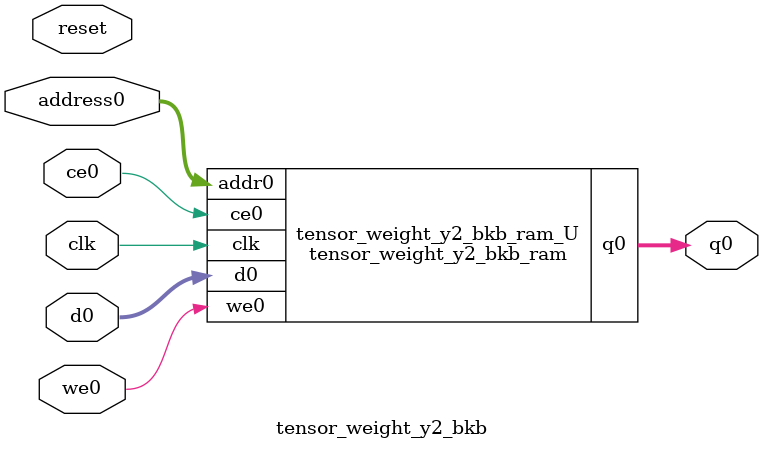
<source format=v>

`timescale 1 ns / 1 ps
module tensor_weight_y2_bkb_ram (addr0, ce0, d0, we0, q0,  clk);

parameter DWIDTH = 144;
parameter AWIDTH = 10;
parameter MEM_SIZE = 1024;

input[AWIDTH-1:0] addr0;
input ce0;
input[DWIDTH-1:0] d0;
input we0;
output reg[DWIDTH-1:0] q0;
input clk;

(* ram_style = "block" *)reg [DWIDTH-1:0] ram[0:MEM_SIZE-1];




always @(posedge clk)  
begin 
    if (ce0) 
    begin
        if (we0) 
        begin 
            ram[addr0] <= d0; 
            q0 <= d0;
        end 
        else 
            q0 <= ram[addr0];
    end
end


endmodule


`timescale 1 ns / 1 ps
module tensor_weight_y2_bkb(
    reset,
    clk,
    address0,
    ce0,
    we0,
    d0,
    q0);

parameter DataWidth = 32'd144;
parameter AddressRange = 32'd1024;
parameter AddressWidth = 32'd10;
input reset;
input clk;
input[AddressWidth - 1:0] address0;
input ce0;
input we0;
input[DataWidth - 1:0] d0;
output[DataWidth - 1:0] q0;



tensor_weight_y2_bkb_ram tensor_weight_y2_bkb_ram_U(
    .clk( clk ),
    .addr0( address0 ),
    .ce0( ce0 ),
    .we0( we0 ),
    .d0( d0 ),
    .q0( q0 ));

endmodule


</source>
